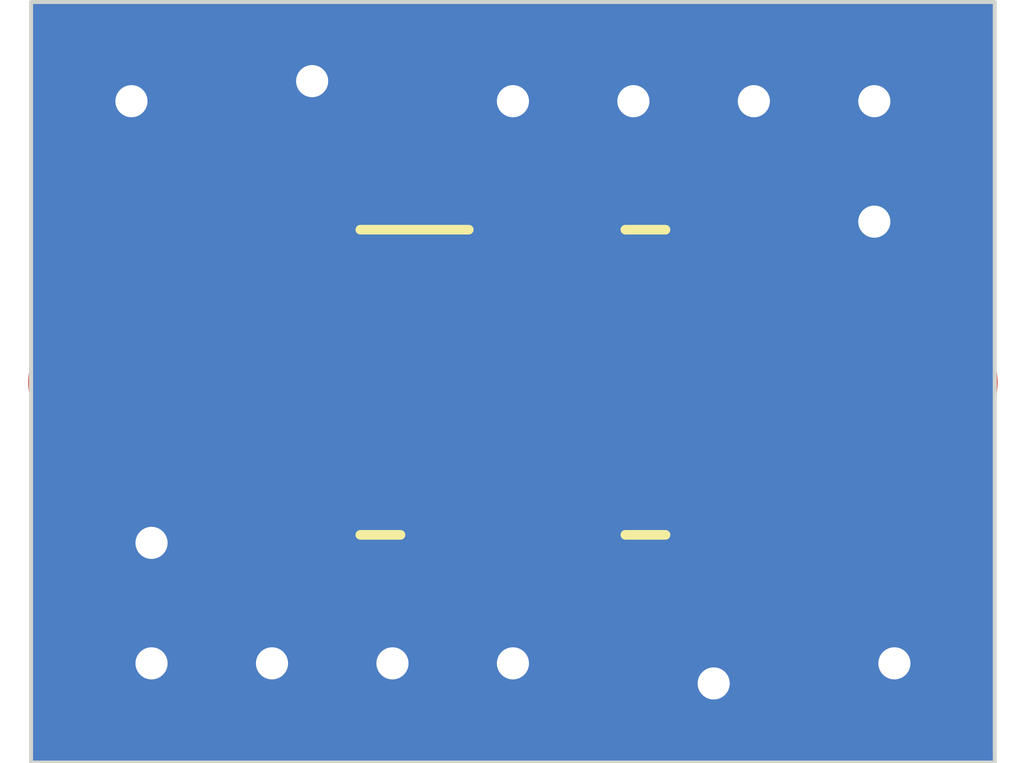
<source format=kicad_pcb>
(kicad_pcb (version 20211014) (generator pcbnew)
  (layers (0 "F.Cu" signal) (31 "B.Cu" signal) (34 "B.Paste" user) (35 "F.Paste" user) (36 "B.SilkS" user "B.Silkscreen") (37 "F.SilkS" user "F.Silkscreen") (38 "B.Mask" user) (39 "F.Mask" user) (44 "Edge.Cuts" user))
  (net 0 "")
  (net 1 "Net-(J1-Pad1)")
  (net 2 "GND")
  (net 3 "Net-(J1-Pad2)")
  (net 4 "Net-(U1-Pad1)")
  (net 5 "Net-(U1-Pad5)")
  (footprint "Inductor_SMD:L_0402_1005Metric" (layer "F.Cu") (at 115.5 84.515 90)
    (fp_text reference "L1" hide)
    (fp_text value "51n")
    (pad "1" smd roundrect (at -0.485 0 90) (size 0.59 0.64) (layers "F.Cu" "F.Paste" "F.Mask") (net 1 "Net-(J1-Pad1)"))
    (pad "2" smd roundrect (at 0.485 0 90) (size 0.59 0.64) (layers "F.Cu" "F.Paste" "F.Mask") (net 4 "Net-(U1-Pad1)"))
  )
  (footprint "Personal:SMA-KIT-1.5MF" (layer "F.Cu") (at 119 85.5)
    (fp_text reference "J1" hide)
    (fp_text value "Conn_Coaxial_x2")
    (fp_line (start -6 -4.735) (end -6 4.735) (layer "Edge.Cuts") (width 0.05))
    (fp_line (start -6 4.735) (end 6 4.735) (layer "Edge.Cuts") (width 0.05))
    (fp_line (start 6 -4.735) (end -6 -4.735) (layer "Edge.Cuts") (width 0.05))
    (fp_line (start 6 -4.735) (end 6 4.735) (layer "Edge.Cuts") (width 0.05))
    (pad "1" smd rect (at -5.3 0) (size 1.4 1.6) (layers "F.Cu" "F.Paste" "F.Mask") (net 1 "Net-(J1-Pad1)"))
    (pad "2" smd rect (at 5.3 0) (size 1.4 1.6) (layers "F.Cu" "F.Paste" "F.Mask") (net 3 "Net-(J1-Pad2)"))
    (pad "3" smd rect (at 0 0) (size 12 9.47) (layers "B.Cu" "B.Paste" "B.Mask") (net 2 "GND"))
  )
  (footprint "Inductor_SMD:L_0402_1005Metric" (layer "F.Cu") (at 122.75 86.5 90)
    (fp_text reference "L2" hide)
    (fp_text value "56n")
    (pad "1" smd roundrect (at -0.485 0 90) (size 0.59 0.64) (layers "F.Cu" "F.Paste" "F.Mask") (net 5 "Net-(U1-Pad5)"))
    (pad "2" smd roundrect (at 0.485 0 90) (size 0.59 0.64) (layers "F.Cu" "F.Paste" "F.Mask") (net 3 "Net-(J1-Pad2)"))
  )
  (footprint "Personal:RF1404D" (layer "F.Cu") (at 119 85.5)
    (fp_text reference "U1" hide)
    (fp_text value "RF1404D" hide)
    (fp_line (start 1.9 -1.9) (end 1.4 -1.9) (layer "F.SilkS") (width 0.12))
    (fp_line (start 1.9 1.9) (end 1.4 1.9) (layer "F.SilkS") (width 0.12))
    (fp_line (start -1.9 -1.9) (end -0.55 -1.9) (layer "F.SilkS") (width 0.12))
    (fp_line (start -1.9 1.9) (end -1.4 1.9) (layer "F.SilkS") (width 0.12))
    (pad "1" smd rect (at -1.65 -1.27 90) (size 0.7 1.5) (layers "F.Cu" "F.Paste" "F.Mask") (net 4 "Net-(U1-Pad1)"))
    (pad "2" smd rect (at -1.65 0 90) (size 0.7 1.5) (layers "F.Cu" "F.Paste" "F.Mask") (net 2 "GND"))
    (pad "3" smd rect (at -1.65 1.27 90) (size 0.7 1.5) (layers "F.Cu" "F.Paste" "F.Mask") (net 2 "GND"))
    (pad "4" smd rect (at 0 1.4) (size 0.7 1.2) (layers "F.Cu" "F.Paste" "F.Mask") (net 2 "GND"))
    (pad "5" smd rect (at 1.65 1.27 270) (size 0.7 1.5) (layers "F.Cu" "F.Paste" "F.Mask") (net 5 "Net-(U1-Pad5)"))
    (pad "6" smd rect (at 1.65 0 270) (size 0.7 1.5) (layers "F.Cu" "F.Paste" "F.Mask") (net 2 "GND"))
    (pad "7" smd rect (at 1.65 -1.27 270) (size 0.7 1.5) (layers "F.Cu" "F.Paste" "F.Mask") (net 2 "GND"))
    (pad "8" smd rect (at 0 -1.025 180) (size 0.7 1.95) (layers "F.Cu" "F.Paste" "F.Mask") (net 2 "GND"))
  )
  (segment (start 115 85.5) (end 115.5 85) (width 0.7) (layer "F.Cu") (net 1))
  (segment (start 113.7 85.5) (end 115 85.5) (width 1.47) (layer "F.Cu") (net 1))
  (via (at 117.5 89) (size 0.8) (drill 0.4) (layers "F.Cu" "B.Cu") (net 2))
  (via (at 114.5 87.5) (size 0.8) (drill 0.4) (layers "F.Cu" "B.Cu") (net 2))
  (via (at 119 89) (size 0.8) (drill 0.4) (layers "F.Cu" "B.Cu") (net 2))
  (via (at 119 82) (size 0.8) (drill 0.4) (layers "F.Cu" "B.Cu") (net 2))
  (via (at 123.75 89) (size 0.8) (drill 0.4) (layers "F.Cu" "B.Cu") (net 2))
  (via (at 116.5 81.75) (size 0.8) (drill 0.4) (layers "F.Cu" "B.Cu") (net 2))
  (via (at 123.5 83.5) (size 0.8) (drill 0.4) (layers "F.Cu" "B.Cu") (net 2))
  (via (at 114.5 89) (size 0.8) (drill 0.4) (layers "F.Cu" "B.Cu") (net 2))
  (via (at 120.5 82) (size 0.8) (drill 0.4) (layers "F.Cu" "B.Cu") (net 2))
  (via (at 116 89) (size 0.8) (drill 0.4) (layers "F.Cu" "B.Cu") (net 2))
  (via (at 122 82) (size 0.8) (drill 0.4) (layers "F.Cu" "B.Cu") (net 2))
  (via (at 121.5 89.25) (size 0.8) (drill 0.4) (layers "F.Cu" "B.Cu") (net 2))
  (via (at 123.5 82) (size 0.8) (drill 0.4) (layers "F.Cu" "B.Cu") (net 2))
  (via (at 114.25 82) (size 0.8) (drill 0.4) (layers "F.Cu" "B.Cu") (net 2))
  (segment (start 123.265 85.5) (end 122.75 86.015) (width 0.7) (layer "F.Cu") (net 3))
  (segment (start 124.3 85.5) (end 123.265 85.5) (width 1.47) (layer "F.Cu") (net 3))
  (segment (start 115.7 83.5) (end 117.25 83.5) (width 1.47) (layer "F.Cu") (net 4))
  (segment (start 122.3 87.5) (end 120.5 87.5) (width 1.47) (layer "F.Cu") (net 5))
  (zone (net 2) (net_name "GND") (layer "F.Cu") (connect_pads (clearance 0.508)) (min_thickness 0.254) (fill yes (thermal_gap 0.508) (thermal_bridge_width 0.508))
    (polygon (pts (xy 125 90.25) (xy 113 90.25) (xy 113 80.75) (xy 125 80.75)))
  )
)
</source>
